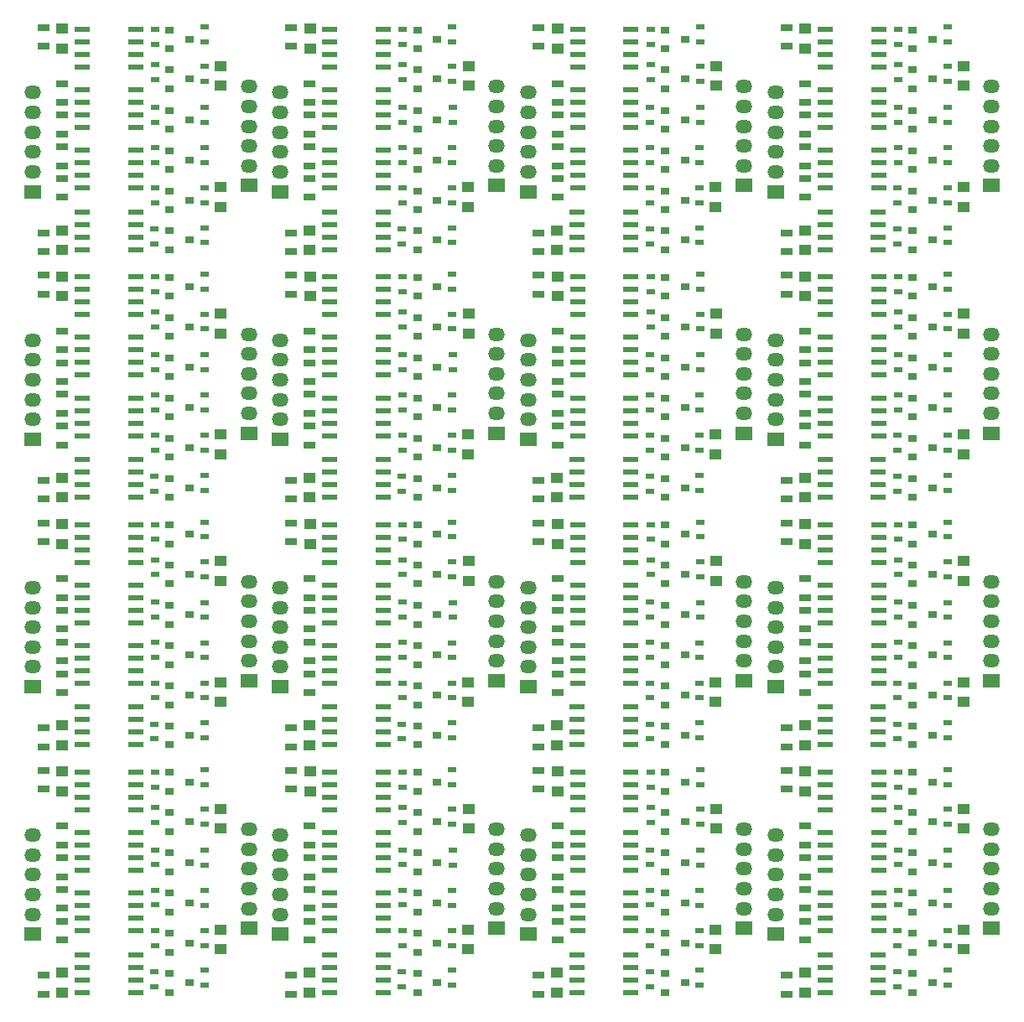
<source format=gtp>
G04 #@! TF.FileFunction,Paste,Top*
%FSLAX46Y46*%
G04 Gerber Fmt 4.6, Leading zero omitted, Abs format (unit mm)*
G04 Created by KiCad (PCBNEW 4.0.2-stable) date 11/29/2017 8:52:57 PM*
%MOMM*%
G01*
G04 APERTURE LIST*
%ADD10C,0.100000*%
%ADD11R,0.900000X0.500000*%
%ADD12R,0.900000X0.800000*%
%ADD13R,1.550000X0.600000*%
%ADD14R,1.250000X1.000000*%
%ADD15R,1.300000X0.700000*%
%ADD16R,1.700000X1.350000*%
%ADD17O,1.700000X1.350000*%
G04 APERTURE END LIST*
D10*
D11*
X153919000Y-142398800D03*
X153919000Y-143898800D03*
X153944400Y-138321400D03*
X153944400Y-139821400D03*
D12*
X155424200Y-138629400D03*
X155424200Y-140529400D03*
X157424200Y-139579400D03*
X155424200Y-134565400D03*
X155424200Y-136465400D03*
X157424200Y-135515400D03*
D13*
X151988600Y-136302800D03*
X151988600Y-135032800D03*
X151988600Y-133762800D03*
X151988600Y-132492800D03*
X146588600Y-132492800D03*
X146588600Y-133762800D03*
X146588600Y-135032800D03*
X146588600Y-136302800D03*
D11*
X153946400Y-126403800D03*
X153946400Y-127903800D03*
D13*
X151988600Y-130206800D03*
X151988600Y-128936800D03*
X151988600Y-127666800D03*
X151988600Y-126396800D03*
X146588600Y-126396800D03*
X146588600Y-127666800D03*
X146588600Y-128936800D03*
X146588600Y-130206800D03*
D11*
X153944400Y-134245400D03*
X153944400Y-135745400D03*
X153946400Y-129959800D03*
X153946400Y-131459800D03*
D14*
X160548400Y-142303800D03*
X160548400Y-144303800D03*
D11*
X158922800Y-142398800D03*
X158922800Y-143898800D03*
X158922800Y-138333400D03*
X158922800Y-139833400D03*
D15*
X167666800Y-146925000D03*
X167666800Y-148825000D03*
D16*
X166600000Y-142773200D03*
D17*
X166600000Y-140773200D03*
X166600000Y-138773200D03*
X166600000Y-136773200D03*
X166600000Y-134773200D03*
X166600000Y-132773200D03*
D16*
X163393200Y-142169200D03*
D17*
X163393200Y-140169200D03*
X163393200Y-138169200D03*
X163393200Y-136169200D03*
X163393200Y-134169200D03*
X163393200Y-132169200D03*
D11*
X158973600Y-134270800D03*
X158973600Y-135770800D03*
X158922800Y-146424000D03*
X158922800Y-147924000D03*
D14*
X160573800Y-130095800D03*
X160573800Y-132095800D03*
D12*
X155426200Y-126437400D03*
X155426200Y-128337400D03*
X157426200Y-127387400D03*
D11*
X158948200Y-126142800D03*
X158948200Y-127642800D03*
D15*
X167668800Y-126219000D03*
X167668800Y-128119000D03*
D11*
X158948200Y-130156000D03*
X158948200Y-131656000D03*
D12*
X155424200Y-130476000D03*
X155424200Y-132376000D03*
X157424200Y-131426000D03*
D14*
X169571800Y-128346000D03*
X169571800Y-126346000D03*
D13*
X151972800Y-148647200D03*
X151972800Y-147377200D03*
X151972800Y-146107200D03*
X151972800Y-144837200D03*
X146572800Y-144837200D03*
X146572800Y-146107200D03*
X146572800Y-147377200D03*
X146572800Y-148647200D03*
D11*
X153868200Y-146551000D03*
X153868200Y-148051000D03*
D12*
X155424200Y-146732000D03*
X155424200Y-148632000D03*
X157424200Y-147682000D03*
D13*
X151988600Y-142424200D03*
X151988600Y-141154200D03*
X151988600Y-139884200D03*
X151988600Y-138614200D03*
X146588600Y-138614200D03*
X146588600Y-139884200D03*
X146588600Y-141154200D03*
X146588600Y-142424200D03*
D12*
X155424200Y-142693400D03*
X155424200Y-144593400D03*
X157424200Y-143643400D03*
D14*
X185573800Y-130095800D03*
X185573800Y-132095800D03*
D11*
X183948200Y-126142800D03*
X183948200Y-127642800D03*
X183948200Y-130156000D03*
X183948200Y-131656000D03*
D12*
X180426200Y-126437400D03*
X180426200Y-128337400D03*
X182426200Y-127387400D03*
X180424200Y-130476000D03*
X180424200Y-132376000D03*
X182424200Y-131426000D03*
D13*
X176988600Y-142424200D03*
X176988600Y-141154200D03*
X176988600Y-139884200D03*
X176988600Y-138614200D03*
X171588600Y-138614200D03*
X171588600Y-139884200D03*
X171588600Y-141154200D03*
X171588600Y-142424200D03*
X176972800Y-148647200D03*
X176972800Y-147377200D03*
X176972800Y-146107200D03*
X176972800Y-144837200D03*
X171572800Y-144837200D03*
X171572800Y-146107200D03*
X171572800Y-147377200D03*
X171572800Y-148647200D03*
D15*
X169548400Y-140156800D03*
X169548400Y-138256800D03*
X169548400Y-141457200D03*
X169548400Y-143357200D03*
D14*
X169546400Y-148672600D03*
X169546400Y-146672600D03*
D11*
X178944400Y-138321400D03*
X178944400Y-139821400D03*
D16*
X188393200Y-142169200D03*
D17*
X188393200Y-140169200D03*
X188393200Y-138169200D03*
X188393200Y-136169200D03*
X188393200Y-134169200D03*
X188393200Y-132169200D03*
D11*
X183973600Y-134270800D03*
X183973600Y-135770800D03*
D12*
X180424200Y-134565400D03*
X180424200Y-136465400D03*
X182424200Y-135515400D03*
X180424200Y-138629400D03*
X180424200Y-140529400D03*
X182424200Y-139579400D03*
D11*
X178944400Y-134245400D03*
X178944400Y-135745400D03*
X183922800Y-138333400D03*
X183922800Y-139833400D03*
D15*
X169548400Y-136956400D03*
X169548400Y-135056400D03*
D13*
X176988600Y-130206800D03*
X176988600Y-128936800D03*
X176988600Y-127666800D03*
X176988600Y-126396800D03*
X171588600Y-126396800D03*
X171588600Y-127666800D03*
X171588600Y-128936800D03*
X171588600Y-130206800D03*
X176988600Y-136302800D03*
X176988600Y-135032800D03*
X176988600Y-133762800D03*
X176988600Y-132492800D03*
X171588600Y-132492800D03*
X171588600Y-133762800D03*
X171588600Y-135032800D03*
X171588600Y-136302800D03*
D11*
X178946400Y-126403800D03*
X178946400Y-127903800D03*
X178946400Y-129959800D03*
X178946400Y-131459800D03*
D15*
X169548400Y-133756000D03*
X169548400Y-131856000D03*
D11*
X183922800Y-146424000D03*
X183922800Y-147924000D03*
D14*
X185548400Y-142303800D03*
X185548400Y-144303800D03*
D11*
X178919000Y-142398800D03*
X178919000Y-143898800D03*
D12*
X180424200Y-146732000D03*
X180424200Y-148632000D03*
X182424200Y-147682000D03*
D11*
X183922800Y-142398800D03*
X183922800Y-143898800D03*
D12*
X180424200Y-142693400D03*
X180424200Y-144593400D03*
X182424200Y-143643400D03*
D11*
X178868200Y-146551000D03*
X178868200Y-148051000D03*
X128919000Y-142398800D03*
X128919000Y-143898800D03*
X133922800Y-146424000D03*
X133922800Y-147924000D03*
D12*
X130424200Y-142693400D03*
X130424200Y-144593400D03*
X132424200Y-143643400D03*
D14*
X135548400Y-142303800D03*
X135548400Y-144303800D03*
D12*
X130424200Y-146732000D03*
X130424200Y-148632000D03*
X132424200Y-147682000D03*
D11*
X133922800Y-142398800D03*
X133922800Y-143898800D03*
X128868200Y-146551000D03*
X128868200Y-148051000D03*
D14*
X144546400Y-148672600D03*
X144546400Y-146672600D03*
D15*
X144548400Y-136956400D03*
X144548400Y-135056400D03*
X144548400Y-140156800D03*
X144548400Y-138256800D03*
D16*
X138393200Y-142169200D03*
D17*
X138393200Y-140169200D03*
X138393200Y-138169200D03*
X138393200Y-136169200D03*
X138393200Y-134169200D03*
X138393200Y-132169200D03*
D15*
X144548400Y-133756000D03*
X144548400Y-131856000D03*
D16*
X141600000Y-142773200D03*
D17*
X141600000Y-140773200D03*
X141600000Y-138773200D03*
X141600000Y-136773200D03*
X141600000Y-134773200D03*
X141600000Y-132773200D03*
D15*
X142666800Y-146925000D03*
X142666800Y-148825000D03*
X144548400Y-141457200D03*
X144548400Y-143357200D03*
D13*
X126988600Y-136302800D03*
X126988600Y-135032800D03*
X126988600Y-133762800D03*
X126988600Y-132492800D03*
X121588600Y-132492800D03*
X121588600Y-133762800D03*
X121588600Y-135032800D03*
X121588600Y-136302800D03*
D15*
X119548400Y-140156800D03*
X119548400Y-138256800D03*
D13*
X126988600Y-142424200D03*
X126988600Y-141154200D03*
X126988600Y-139884200D03*
X126988600Y-138614200D03*
X121588600Y-138614200D03*
X121588600Y-139884200D03*
X121588600Y-141154200D03*
X121588600Y-142424200D03*
D15*
X119548400Y-136956400D03*
X119548400Y-135056400D03*
D16*
X116600000Y-142773200D03*
D17*
X116600000Y-140773200D03*
X116600000Y-138773200D03*
X116600000Y-136773200D03*
X116600000Y-134773200D03*
X116600000Y-132773200D03*
D15*
X119548400Y-133756000D03*
X119548400Y-131856000D03*
D11*
X133948200Y-130156000D03*
X133948200Y-131656000D03*
D12*
X130426200Y-126437400D03*
X130426200Y-128337400D03*
X132426200Y-127387400D03*
D11*
X133948200Y-126142800D03*
X133948200Y-127642800D03*
D15*
X142668800Y-126219000D03*
X142668800Y-128119000D03*
D14*
X135573800Y-130095800D03*
X135573800Y-132095800D03*
D12*
X130424200Y-130476000D03*
X130424200Y-132376000D03*
X132424200Y-131426000D03*
D14*
X144571800Y-128346000D03*
X144571800Y-126346000D03*
D11*
X128946400Y-126403800D03*
X128946400Y-127903800D03*
D13*
X126988600Y-130206800D03*
X126988600Y-128936800D03*
X126988600Y-127666800D03*
X126988600Y-126396800D03*
X121588600Y-126396800D03*
X121588600Y-127666800D03*
X121588600Y-128936800D03*
X121588600Y-130206800D03*
D14*
X119571800Y-128346000D03*
X119571800Y-126346000D03*
D15*
X117668800Y-126219000D03*
X117668800Y-128119000D03*
D11*
X128946400Y-129959800D03*
X128946400Y-131459800D03*
D15*
X117666800Y-146925000D03*
X117666800Y-148825000D03*
X119548400Y-141457200D03*
X119548400Y-143357200D03*
D14*
X119546400Y-148672600D03*
X119546400Y-146672600D03*
D13*
X126972800Y-148647200D03*
X126972800Y-147377200D03*
X126972800Y-146107200D03*
X126972800Y-144837200D03*
X121572800Y-144837200D03*
X121572800Y-146107200D03*
X121572800Y-147377200D03*
X121572800Y-148647200D03*
D11*
X128944400Y-134245400D03*
X128944400Y-135745400D03*
X133922800Y-138333400D03*
X133922800Y-139833400D03*
X133973600Y-134270800D03*
X133973600Y-135770800D03*
D12*
X130424200Y-134565400D03*
X130424200Y-136465400D03*
X132424200Y-135515400D03*
X130424200Y-138629400D03*
X130424200Y-140529400D03*
X132424200Y-139579400D03*
D11*
X128944400Y-138321400D03*
X128944400Y-139821400D03*
X103946400Y-129959800D03*
X103946400Y-131459800D03*
X103946400Y-126403800D03*
X103946400Y-127903800D03*
D15*
X94548400Y-133756000D03*
X94548400Y-131856000D03*
X92668800Y-126219000D03*
X92668800Y-128119000D03*
D14*
X94571800Y-128346000D03*
X94571800Y-126346000D03*
D13*
X101988600Y-136302800D03*
X101988600Y-135032800D03*
X101988600Y-133762800D03*
X101988600Y-132492800D03*
X96588600Y-132492800D03*
X96588600Y-133762800D03*
X96588600Y-135032800D03*
X96588600Y-136302800D03*
X101988600Y-130206800D03*
X101988600Y-128936800D03*
X101988600Y-127666800D03*
X101988600Y-126396800D03*
X96588600Y-126396800D03*
X96588600Y-127666800D03*
X96588600Y-128936800D03*
X96588600Y-130206800D03*
D11*
X103944400Y-134245400D03*
X103944400Y-135745400D03*
X108973600Y-134270800D03*
X108973600Y-135770800D03*
D12*
X105424200Y-138629400D03*
X105424200Y-140529400D03*
X107424200Y-139579400D03*
D14*
X110548400Y-142303800D03*
X110548400Y-144303800D03*
D11*
X103944400Y-138321400D03*
X103944400Y-139821400D03*
D12*
X105424200Y-134565400D03*
X105424200Y-136465400D03*
X107424200Y-135515400D03*
D16*
X113393200Y-142169200D03*
D17*
X113393200Y-140169200D03*
X113393200Y-138169200D03*
X113393200Y-136169200D03*
X113393200Y-134169200D03*
X113393200Y-132169200D03*
D11*
X108922800Y-138333400D03*
X108922800Y-139833400D03*
X108922800Y-146424000D03*
X108922800Y-147924000D03*
X103919000Y-142398800D03*
X103919000Y-143898800D03*
D12*
X105424200Y-142693400D03*
X105424200Y-144593400D03*
X107424200Y-143643400D03*
X105424200Y-146732000D03*
X105424200Y-148632000D03*
X107424200Y-147682000D03*
D11*
X108922800Y-142398800D03*
X108922800Y-143898800D03*
X103868200Y-146551000D03*
X103868200Y-148051000D03*
X108948200Y-130156000D03*
X108948200Y-131656000D03*
D12*
X105424200Y-130476000D03*
X105424200Y-132376000D03*
X107424200Y-131426000D03*
D14*
X110573800Y-130095800D03*
X110573800Y-132095800D03*
D12*
X105426200Y-126437400D03*
X105426200Y-128337400D03*
X107426200Y-127387400D03*
D11*
X108948200Y-126142800D03*
X108948200Y-127642800D03*
D16*
X91600000Y-142773200D03*
D17*
X91600000Y-140773200D03*
X91600000Y-138773200D03*
X91600000Y-136773200D03*
X91600000Y-134773200D03*
X91600000Y-132773200D03*
D13*
X101988600Y-142424200D03*
X101988600Y-141154200D03*
X101988600Y-139884200D03*
X101988600Y-138614200D03*
X96588600Y-138614200D03*
X96588600Y-139884200D03*
X96588600Y-141154200D03*
X96588600Y-142424200D03*
D14*
X94546400Y-148672600D03*
X94546400Y-146672600D03*
D15*
X94548400Y-136956400D03*
X94548400Y-135056400D03*
D13*
X101972800Y-148647200D03*
X101972800Y-147377200D03*
X101972800Y-146107200D03*
X101972800Y-144837200D03*
X96572800Y-144837200D03*
X96572800Y-146107200D03*
X96572800Y-147377200D03*
X96572800Y-148647200D03*
D15*
X92666800Y-146925000D03*
X92666800Y-148825000D03*
X94548400Y-141457200D03*
X94548400Y-143357200D03*
X94548400Y-140156800D03*
X94548400Y-138256800D03*
D11*
X153919000Y-117398800D03*
X153919000Y-118898800D03*
X153944400Y-113321400D03*
X153944400Y-114821400D03*
D12*
X155424200Y-113629400D03*
X155424200Y-115529400D03*
X157424200Y-114579400D03*
X155424200Y-109565400D03*
X155424200Y-111465400D03*
X157424200Y-110515400D03*
D13*
X151988600Y-111302800D03*
X151988600Y-110032800D03*
X151988600Y-108762800D03*
X151988600Y-107492800D03*
X146588600Y-107492800D03*
X146588600Y-108762800D03*
X146588600Y-110032800D03*
X146588600Y-111302800D03*
D11*
X153946400Y-101403800D03*
X153946400Y-102903800D03*
D13*
X151988600Y-105206800D03*
X151988600Y-103936800D03*
X151988600Y-102666800D03*
X151988600Y-101396800D03*
X146588600Y-101396800D03*
X146588600Y-102666800D03*
X146588600Y-103936800D03*
X146588600Y-105206800D03*
D11*
X153944400Y-109245400D03*
X153944400Y-110745400D03*
X153946400Y-104959800D03*
X153946400Y-106459800D03*
D14*
X160548400Y-117303800D03*
X160548400Y-119303800D03*
D11*
X158922800Y-117398800D03*
X158922800Y-118898800D03*
X158922800Y-113333400D03*
X158922800Y-114833400D03*
D15*
X167666800Y-121925000D03*
X167666800Y-123825000D03*
D16*
X166600000Y-117773200D03*
D17*
X166600000Y-115773200D03*
X166600000Y-113773200D03*
X166600000Y-111773200D03*
X166600000Y-109773200D03*
X166600000Y-107773200D03*
D16*
X163393200Y-117169200D03*
D17*
X163393200Y-115169200D03*
X163393200Y-113169200D03*
X163393200Y-111169200D03*
X163393200Y-109169200D03*
X163393200Y-107169200D03*
D11*
X158973600Y-109270800D03*
X158973600Y-110770800D03*
X158922800Y-121424000D03*
X158922800Y-122924000D03*
D14*
X160573800Y-105095800D03*
X160573800Y-107095800D03*
D12*
X155426200Y-101437400D03*
X155426200Y-103337400D03*
X157426200Y-102387400D03*
D11*
X158948200Y-101142800D03*
X158948200Y-102642800D03*
D15*
X167668800Y-101219000D03*
X167668800Y-103119000D03*
D11*
X158948200Y-105156000D03*
X158948200Y-106656000D03*
D12*
X155424200Y-105476000D03*
X155424200Y-107376000D03*
X157424200Y-106426000D03*
D14*
X169571800Y-103346000D03*
X169571800Y-101346000D03*
D13*
X151972800Y-123647200D03*
X151972800Y-122377200D03*
X151972800Y-121107200D03*
X151972800Y-119837200D03*
X146572800Y-119837200D03*
X146572800Y-121107200D03*
X146572800Y-122377200D03*
X146572800Y-123647200D03*
D11*
X153868200Y-121551000D03*
X153868200Y-123051000D03*
D12*
X155424200Y-121732000D03*
X155424200Y-123632000D03*
X157424200Y-122682000D03*
D13*
X151988600Y-117424200D03*
X151988600Y-116154200D03*
X151988600Y-114884200D03*
X151988600Y-113614200D03*
X146588600Y-113614200D03*
X146588600Y-114884200D03*
X146588600Y-116154200D03*
X146588600Y-117424200D03*
D12*
X155424200Y-117693400D03*
X155424200Y-119593400D03*
X157424200Y-118643400D03*
D14*
X185573800Y-105095800D03*
X185573800Y-107095800D03*
D11*
X183948200Y-101142800D03*
X183948200Y-102642800D03*
X183948200Y-105156000D03*
X183948200Y-106656000D03*
D12*
X180426200Y-101437400D03*
X180426200Y-103337400D03*
X182426200Y-102387400D03*
X180424200Y-105476000D03*
X180424200Y-107376000D03*
X182424200Y-106426000D03*
D13*
X176988600Y-117424200D03*
X176988600Y-116154200D03*
X176988600Y-114884200D03*
X176988600Y-113614200D03*
X171588600Y-113614200D03*
X171588600Y-114884200D03*
X171588600Y-116154200D03*
X171588600Y-117424200D03*
X176972800Y-123647200D03*
X176972800Y-122377200D03*
X176972800Y-121107200D03*
X176972800Y-119837200D03*
X171572800Y-119837200D03*
X171572800Y-121107200D03*
X171572800Y-122377200D03*
X171572800Y-123647200D03*
D15*
X169548400Y-115156800D03*
X169548400Y-113256800D03*
X169548400Y-116457200D03*
X169548400Y-118357200D03*
D14*
X169546400Y-123672600D03*
X169546400Y-121672600D03*
D11*
X178944400Y-113321400D03*
X178944400Y-114821400D03*
D16*
X188393200Y-117169200D03*
D17*
X188393200Y-115169200D03*
X188393200Y-113169200D03*
X188393200Y-111169200D03*
X188393200Y-109169200D03*
X188393200Y-107169200D03*
D11*
X183973600Y-109270800D03*
X183973600Y-110770800D03*
D12*
X180424200Y-109565400D03*
X180424200Y-111465400D03*
X182424200Y-110515400D03*
X180424200Y-113629400D03*
X180424200Y-115529400D03*
X182424200Y-114579400D03*
D11*
X178944400Y-109245400D03*
X178944400Y-110745400D03*
X183922800Y-113333400D03*
X183922800Y-114833400D03*
D15*
X169548400Y-111956400D03*
X169548400Y-110056400D03*
D13*
X176988600Y-105206800D03*
X176988600Y-103936800D03*
X176988600Y-102666800D03*
X176988600Y-101396800D03*
X171588600Y-101396800D03*
X171588600Y-102666800D03*
X171588600Y-103936800D03*
X171588600Y-105206800D03*
X176988600Y-111302800D03*
X176988600Y-110032800D03*
X176988600Y-108762800D03*
X176988600Y-107492800D03*
X171588600Y-107492800D03*
X171588600Y-108762800D03*
X171588600Y-110032800D03*
X171588600Y-111302800D03*
D11*
X178946400Y-101403800D03*
X178946400Y-102903800D03*
X178946400Y-104959800D03*
X178946400Y-106459800D03*
D15*
X169548400Y-108756000D03*
X169548400Y-106856000D03*
D11*
X183922800Y-121424000D03*
X183922800Y-122924000D03*
D14*
X185548400Y-117303800D03*
X185548400Y-119303800D03*
D11*
X178919000Y-117398800D03*
X178919000Y-118898800D03*
D12*
X180424200Y-121732000D03*
X180424200Y-123632000D03*
X182424200Y-122682000D03*
D11*
X183922800Y-117398800D03*
X183922800Y-118898800D03*
D12*
X180424200Y-117693400D03*
X180424200Y-119593400D03*
X182424200Y-118643400D03*
D11*
X178868200Y-121551000D03*
X178868200Y-123051000D03*
X128919000Y-117398800D03*
X128919000Y-118898800D03*
X133922800Y-121424000D03*
X133922800Y-122924000D03*
D12*
X130424200Y-117693400D03*
X130424200Y-119593400D03*
X132424200Y-118643400D03*
D14*
X135548400Y-117303800D03*
X135548400Y-119303800D03*
D12*
X130424200Y-121732000D03*
X130424200Y-123632000D03*
X132424200Y-122682000D03*
D11*
X133922800Y-117398800D03*
X133922800Y-118898800D03*
X128868200Y-121551000D03*
X128868200Y-123051000D03*
D14*
X144546400Y-123672600D03*
X144546400Y-121672600D03*
D15*
X144548400Y-111956400D03*
X144548400Y-110056400D03*
X144548400Y-115156800D03*
X144548400Y-113256800D03*
D16*
X138393200Y-117169200D03*
D17*
X138393200Y-115169200D03*
X138393200Y-113169200D03*
X138393200Y-111169200D03*
X138393200Y-109169200D03*
X138393200Y-107169200D03*
D15*
X144548400Y-108756000D03*
X144548400Y-106856000D03*
D16*
X141600000Y-117773200D03*
D17*
X141600000Y-115773200D03*
X141600000Y-113773200D03*
X141600000Y-111773200D03*
X141600000Y-109773200D03*
X141600000Y-107773200D03*
D15*
X142666800Y-121925000D03*
X142666800Y-123825000D03*
X144548400Y-116457200D03*
X144548400Y-118357200D03*
D13*
X126988600Y-111302800D03*
X126988600Y-110032800D03*
X126988600Y-108762800D03*
X126988600Y-107492800D03*
X121588600Y-107492800D03*
X121588600Y-108762800D03*
X121588600Y-110032800D03*
X121588600Y-111302800D03*
D15*
X119548400Y-115156800D03*
X119548400Y-113256800D03*
D13*
X126988600Y-117424200D03*
X126988600Y-116154200D03*
X126988600Y-114884200D03*
X126988600Y-113614200D03*
X121588600Y-113614200D03*
X121588600Y-114884200D03*
X121588600Y-116154200D03*
X121588600Y-117424200D03*
D15*
X119548400Y-111956400D03*
X119548400Y-110056400D03*
D16*
X116600000Y-117773200D03*
D17*
X116600000Y-115773200D03*
X116600000Y-113773200D03*
X116600000Y-111773200D03*
X116600000Y-109773200D03*
X116600000Y-107773200D03*
D15*
X119548400Y-108756000D03*
X119548400Y-106856000D03*
D11*
X133948200Y-105156000D03*
X133948200Y-106656000D03*
D12*
X130426200Y-101437400D03*
X130426200Y-103337400D03*
X132426200Y-102387400D03*
D11*
X133948200Y-101142800D03*
X133948200Y-102642800D03*
D15*
X142668800Y-101219000D03*
X142668800Y-103119000D03*
D14*
X135573800Y-105095800D03*
X135573800Y-107095800D03*
D12*
X130424200Y-105476000D03*
X130424200Y-107376000D03*
X132424200Y-106426000D03*
D14*
X144571800Y-103346000D03*
X144571800Y-101346000D03*
D11*
X128946400Y-101403800D03*
X128946400Y-102903800D03*
D13*
X126988600Y-105206800D03*
X126988600Y-103936800D03*
X126988600Y-102666800D03*
X126988600Y-101396800D03*
X121588600Y-101396800D03*
X121588600Y-102666800D03*
X121588600Y-103936800D03*
X121588600Y-105206800D03*
D14*
X119571800Y-103346000D03*
X119571800Y-101346000D03*
D15*
X117668800Y-101219000D03*
X117668800Y-103119000D03*
D11*
X128946400Y-104959800D03*
X128946400Y-106459800D03*
D15*
X117666800Y-121925000D03*
X117666800Y-123825000D03*
X119548400Y-116457200D03*
X119548400Y-118357200D03*
D14*
X119546400Y-123672600D03*
X119546400Y-121672600D03*
D13*
X126972800Y-123647200D03*
X126972800Y-122377200D03*
X126972800Y-121107200D03*
X126972800Y-119837200D03*
X121572800Y-119837200D03*
X121572800Y-121107200D03*
X121572800Y-122377200D03*
X121572800Y-123647200D03*
D11*
X128944400Y-109245400D03*
X128944400Y-110745400D03*
X133922800Y-113333400D03*
X133922800Y-114833400D03*
X133973600Y-109270800D03*
X133973600Y-110770800D03*
D12*
X130424200Y-109565400D03*
X130424200Y-111465400D03*
X132424200Y-110515400D03*
X130424200Y-113629400D03*
X130424200Y-115529400D03*
X132424200Y-114579400D03*
D11*
X128944400Y-113321400D03*
X128944400Y-114821400D03*
X103946400Y-104959800D03*
X103946400Y-106459800D03*
X103946400Y-101403800D03*
X103946400Y-102903800D03*
D15*
X94548400Y-108756000D03*
X94548400Y-106856000D03*
X92668800Y-101219000D03*
X92668800Y-103119000D03*
D14*
X94571800Y-103346000D03*
X94571800Y-101346000D03*
D13*
X101988600Y-111302800D03*
X101988600Y-110032800D03*
X101988600Y-108762800D03*
X101988600Y-107492800D03*
X96588600Y-107492800D03*
X96588600Y-108762800D03*
X96588600Y-110032800D03*
X96588600Y-111302800D03*
X101988600Y-105206800D03*
X101988600Y-103936800D03*
X101988600Y-102666800D03*
X101988600Y-101396800D03*
X96588600Y-101396800D03*
X96588600Y-102666800D03*
X96588600Y-103936800D03*
X96588600Y-105206800D03*
D11*
X103944400Y-109245400D03*
X103944400Y-110745400D03*
X108973600Y-109270800D03*
X108973600Y-110770800D03*
D12*
X105424200Y-113629400D03*
X105424200Y-115529400D03*
X107424200Y-114579400D03*
D14*
X110548400Y-117303800D03*
X110548400Y-119303800D03*
D11*
X103944400Y-113321400D03*
X103944400Y-114821400D03*
D12*
X105424200Y-109565400D03*
X105424200Y-111465400D03*
X107424200Y-110515400D03*
D16*
X113393200Y-117169200D03*
D17*
X113393200Y-115169200D03*
X113393200Y-113169200D03*
X113393200Y-111169200D03*
X113393200Y-109169200D03*
X113393200Y-107169200D03*
D11*
X108922800Y-113333400D03*
X108922800Y-114833400D03*
X108922800Y-121424000D03*
X108922800Y-122924000D03*
X103919000Y-117398800D03*
X103919000Y-118898800D03*
D12*
X105424200Y-117693400D03*
X105424200Y-119593400D03*
X107424200Y-118643400D03*
X105424200Y-121732000D03*
X105424200Y-123632000D03*
X107424200Y-122682000D03*
D11*
X108922800Y-117398800D03*
X108922800Y-118898800D03*
X103868200Y-121551000D03*
X103868200Y-123051000D03*
X108948200Y-105156000D03*
X108948200Y-106656000D03*
D12*
X105424200Y-105476000D03*
X105424200Y-107376000D03*
X107424200Y-106426000D03*
D14*
X110573800Y-105095800D03*
X110573800Y-107095800D03*
D12*
X105426200Y-101437400D03*
X105426200Y-103337400D03*
X107426200Y-102387400D03*
D11*
X108948200Y-101142800D03*
X108948200Y-102642800D03*
D16*
X91600000Y-117773200D03*
D17*
X91600000Y-115773200D03*
X91600000Y-113773200D03*
X91600000Y-111773200D03*
X91600000Y-109773200D03*
X91600000Y-107773200D03*
D13*
X101988600Y-117424200D03*
X101988600Y-116154200D03*
X101988600Y-114884200D03*
X101988600Y-113614200D03*
X96588600Y-113614200D03*
X96588600Y-114884200D03*
X96588600Y-116154200D03*
X96588600Y-117424200D03*
D14*
X94546400Y-123672600D03*
X94546400Y-121672600D03*
D15*
X94548400Y-111956400D03*
X94548400Y-110056400D03*
D13*
X101972800Y-123647200D03*
X101972800Y-122377200D03*
X101972800Y-121107200D03*
X101972800Y-119837200D03*
X96572800Y-119837200D03*
X96572800Y-121107200D03*
X96572800Y-122377200D03*
X96572800Y-123647200D03*
D15*
X92666800Y-121925000D03*
X92666800Y-123825000D03*
X94548400Y-116457200D03*
X94548400Y-118357200D03*
X94548400Y-115156800D03*
X94548400Y-113256800D03*
D11*
X153919000Y-92398800D03*
X153919000Y-93898800D03*
X153944400Y-88321400D03*
X153944400Y-89821400D03*
D12*
X155424200Y-88629400D03*
X155424200Y-90529400D03*
X157424200Y-89579400D03*
X155424200Y-84565400D03*
X155424200Y-86465400D03*
X157424200Y-85515400D03*
D13*
X151988600Y-86302800D03*
X151988600Y-85032800D03*
X151988600Y-83762800D03*
X151988600Y-82492800D03*
X146588600Y-82492800D03*
X146588600Y-83762800D03*
X146588600Y-85032800D03*
X146588600Y-86302800D03*
D11*
X153946400Y-76403800D03*
X153946400Y-77903800D03*
D13*
X151988600Y-80206800D03*
X151988600Y-78936800D03*
X151988600Y-77666800D03*
X151988600Y-76396800D03*
X146588600Y-76396800D03*
X146588600Y-77666800D03*
X146588600Y-78936800D03*
X146588600Y-80206800D03*
D11*
X153944400Y-84245400D03*
X153944400Y-85745400D03*
X153946400Y-79959800D03*
X153946400Y-81459800D03*
D14*
X160548400Y-92303800D03*
X160548400Y-94303800D03*
D11*
X158922800Y-92398800D03*
X158922800Y-93898800D03*
X158922800Y-88333400D03*
X158922800Y-89833400D03*
D15*
X167666800Y-96925000D03*
X167666800Y-98825000D03*
D16*
X166600000Y-92773200D03*
D17*
X166600000Y-90773200D03*
X166600000Y-88773200D03*
X166600000Y-86773200D03*
X166600000Y-84773200D03*
X166600000Y-82773200D03*
D16*
X163393200Y-92169200D03*
D17*
X163393200Y-90169200D03*
X163393200Y-88169200D03*
X163393200Y-86169200D03*
X163393200Y-84169200D03*
X163393200Y-82169200D03*
D11*
X158973600Y-84270800D03*
X158973600Y-85770800D03*
X158922800Y-96424000D03*
X158922800Y-97924000D03*
D14*
X160573800Y-80095800D03*
X160573800Y-82095800D03*
D12*
X155426200Y-76437400D03*
X155426200Y-78337400D03*
X157426200Y-77387400D03*
D11*
X158948200Y-76142800D03*
X158948200Y-77642800D03*
D15*
X167668800Y-76219000D03*
X167668800Y-78119000D03*
D11*
X158948200Y-80156000D03*
X158948200Y-81656000D03*
D12*
X155424200Y-80476000D03*
X155424200Y-82376000D03*
X157424200Y-81426000D03*
D14*
X169571800Y-78346000D03*
X169571800Y-76346000D03*
D13*
X151972800Y-98647200D03*
X151972800Y-97377200D03*
X151972800Y-96107200D03*
X151972800Y-94837200D03*
X146572800Y-94837200D03*
X146572800Y-96107200D03*
X146572800Y-97377200D03*
X146572800Y-98647200D03*
D11*
X153868200Y-96551000D03*
X153868200Y-98051000D03*
D12*
X155424200Y-96732000D03*
X155424200Y-98632000D03*
X157424200Y-97682000D03*
D13*
X151988600Y-92424200D03*
X151988600Y-91154200D03*
X151988600Y-89884200D03*
X151988600Y-88614200D03*
X146588600Y-88614200D03*
X146588600Y-89884200D03*
X146588600Y-91154200D03*
X146588600Y-92424200D03*
D12*
X155424200Y-92693400D03*
X155424200Y-94593400D03*
X157424200Y-93643400D03*
D14*
X185573800Y-80095800D03*
X185573800Y-82095800D03*
D11*
X183948200Y-76142800D03*
X183948200Y-77642800D03*
X183948200Y-80156000D03*
X183948200Y-81656000D03*
D12*
X180426200Y-76437400D03*
X180426200Y-78337400D03*
X182426200Y-77387400D03*
X180424200Y-80476000D03*
X180424200Y-82376000D03*
X182424200Y-81426000D03*
D13*
X176988600Y-92424200D03*
X176988600Y-91154200D03*
X176988600Y-89884200D03*
X176988600Y-88614200D03*
X171588600Y-88614200D03*
X171588600Y-89884200D03*
X171588600Y-91154200D03*
X171588600Y-92424200D03*
X176972800Y-98647200D03*
X176972800Y-97377200D03*
X176972800Y-96107200D03*
X176972800Y-94837200D03*
X171572800Y-94837200D03*
X171572800Y-96107200D03*
X171572800Y-97377200D03*
X171572800Y-98647200D03*
D15*
X169548400Y-90156800D03*
X169548400Y-88256800D03*
X169548400Y-91457200D03*
X169548400Y-93357200D03*
D14*
X169546400Y-98672600D03*
X169546400Y-96672600D03*
D11*
X178944400Y-88321400D03*
X178944400Y-89821400D03*
D16*
X188393200Y-92169200D03*
D17*
X188393200Y-90169200D03*
X188393200Y-88169200D03*
X188393200Y-86169200D03*
X188393200Y-84169200D03*
X188393200Y-82169200D03*
D11*
X183973600Y-84270800D03*
X183973600Y-85770800D03*
D12*
X180424200Y-84565400D03*
X180424200Y-86465400D03*
X182424200Y-85515400D03*
X180424200Y-88629400D03*
X180424200Y-90529400D03*
X182424200Y-89579400D03*
D11*
X178944400Y-84245400D03*
X178944400Y-85745400D03*
X183922800Y-88333400D03*
X183922800Y-89833400D03*
D15*
X169548400Y-86956400D03*
X169548400Y-85056400D03*
D13*
X176988600Y-80206800D03*
X176988600Y-78936800D03*
X176988600Y-77666800D03*
X176988600Y-76396800D03*
X171588600Y-76396800D03*
X171588600Y-77666800D03*
X171588600Y-78936800D03*
X171588600Y-80206800D03*
X176988600Y-86302800D03*
X176988600Y-85032800D03*
X176988600Y-83762800D03*
X176988600Y-82492800D03*
X171588600Y-82492800D03*
X171588600Y-83762800D03*
X171588600Y-85032800D03*
X171588600Y-86302800D03*
D11*
X178946400Y-76403800D03*
X178946400Y-77903800D03*
X178946400Y-79959800D03*
X178946400Y-81459800D03*
D15*
X169548400Y-83756000D03*
X169548400Y-81856000D03*
D11*
X183922800Y-96424000D03*
X183922800Y-97924000D03*
D14*
X185548400Y-92303800D03*
X185548400Y-94303800D03*
D11*
X178919000Y-92398800D03*
X178919000Y-93898800D03*
D12*
X180424200Y-96732000D03*
X180424200Y-98632000D03*
X182424200Y-97682000D03*
D11*
X183922800Y-92398800D03*
X183922800Y-93898800D03*
D12*
X180424200Y-92693400D03*
X180424200Y-94593400D03*
X182424200Y-93643400D03*
D11*
X178868200Y-96551000D03*
X178868200Y-98051000D03*
X128919000Y-92398800D03*
X128919000Y-93898800D03*
X133922800Y-96424000D03*
X133922800Y-97924000D03*
D12*
X130424200Y-92693400D03*
X130424200Y-94593400D03*
X132424200Y-93643400D03*
D14*
X135548400Y-92303800D03*
X135548400Y-94303800D03*
D12*
X130424200Y-96732000D03*
X130424200Y-98632000D03*
X132424200Y-97682000D03*
D11*
X133922800Y-92398800D03*
X133922800Y-93898800D03*
X128868200Y-96551000D03*
X128868200Y-98051000D03*
D14*
X144546400Y-98672600D03*
X144546400Y-96672600D03*
D15*
X144548400Y-86956400D03*
X144548400Y-85056400D03*
X144548400Y-90156800D03*
X144548400Y-88256800D03*
D16*
X138393200Y-92169200D03*
D17*
X138393200Y-90169200D03*
X138393200Y-88169200D03*
X138393200Y-86169200D03*
X138393200Y-84169200D03*
X138393200Y-82169200D03*
D15*
X144548400Y-83756000D03*
X144548400Y-81856000D03*
D16*
X141600000Y-92773200D03*
D17*
X141600000Y-90773200D03*
X141600000Y-88773200D03*
X141600000Y-86773200D03*
X141600000Y-84773200D03*
X141600000Y-82773200D03*
D15*
X142666800Y-96925000D03*
X142666800Y-98825000D03*
X144548400Y-91457200D03*
X144548400Y-93357200D03*
D13*
X126988600Y-86302800D03*
X126988600Y-85032800D03*
X126988600Y-83762800D03*
X126988600Y-82492800D03*
X121588600Y-82492800D03*
X121588600Y-83762800D03*
X121588600Y-85032800D03*
X121588600Y-86302800D03*
D15*
X119548400Y-90156800D03*
X119548400Y-88256800D03*
D13*
X126988600Y-92424200D03*
X126988600Y-91154200D03*
X126988600Y-89884200D03*
X126988600Y-88614200D03*
X121588600Y-88614200D03*
X121588600Y-89884200D03*
X121588600Y-91154200D03*
X121588600Y-92424200D03*
D15*
X119548400Y-86956400D03*
X119548400Y-85056400D03*
D16*
X116600000Y-92773200D03*
D17*
X116600000Y-90773200D03*
X116600000Y-88773200D03*
X116600000Y-86773200D03*
X116600000Y-84773200D03*
X116600000Y-82773200D03*
D15*
X119548400Y-83756000D03*
X119548400Y-81856000D03*
D11*
X133948200Y-80156000D03*
X133948200Y-81656000D03*
D12*
X130426200Y-76437400D03*
X130426200Y-78337400D03*
X132426200Y-77387400D03*
D11*
X133948200Y-76142800D03*
X133948200Y-77642800D03*
D15*
X142668800Y-76219000D03*
X142668800Y-78119000D03*
D14*
X135573800Y-80095800D03*
X135573800Y-82095800D03*
D12*
X130424200Y-80476000D03*
X130424200Y-82376000D03*
X132424200Y-81426000D03*
D14*
X144571800Y-78346000D03*
X144571800Y-76346000D03*
D11*
X128946400Y-76403800D03*
X128946400Y-77903800D03*
D13*
X126988600Y-80206800D03*
X126988600Y-78936800D03*
X126988600Y-77666800D03*
X126988600Y-76396800D03*
X121588600Y-76396800D03*
X121588600Y-77666800D03*
X121588600Y-78936800D03*
X121588600Y-80206800D03*
D14*
X119571800Y-78346000D03*
X119571800Y-76346000D03*
D15*
X117668800Y-76219000D03*
X117668800Y-78119000D03*
D11*
X128946400Y-79959800D03*
X128946400Y-81459800D03*
D15*
X117666800Y-96925000D03*
X117666800Y-98825000D03*
X119548400Y-91457200D03*
X119548400Y-93357200D03*
D14*
X119546400Y-98672600D03*
X119546400Y-96672600D03*
D13*
X126972800Y-98647200D03*
X126972800Y-97377200D03*
X126972800Y-96107200D03*
X126972800Y-94837200D03*
X121572800Y-94837200D03*
X121572800Y-96107200D03*
X121572800Y-97377200D03*
X121572800Y-98647200D03*
D11*
X128944400Y-84245400D03*
X128944400Y-85745400D03*
X133922800Y-88333400D03*
X133922800Y-89833400D03*
X133973600Y-84270800D03*
X133973600Y-85770800D03*
D12*
X130424200Y-84565400D03*
X130424200Y-86465400D03*
X132424200Y-85515400D03*
X130424200Y-88629400D03*
X130424200Y-90529400D03*
X132424200Y-89579400D03*
D11*
X128944400Y-88321400D03*
X128944400Y-89821400D03*
X103946400Y-79959800D03*
X103946400Y-81459800D03*
X103946400Y-76403800D03*
X103946400Y-77903800D03*
D15*
X94548400Y-83756000D03*
X94548400Y-81856000D03*
X92668800Y-76219000D03*
X92668800Y-78119000D03*
D14*
X94571800Y-78346000D03*
X94571800Y-76346000D03*
D13*
X101988600Y-86302800D03*
X101988600Y-85032800D03*
X101988600Y-83762800D03*
X101988600Y-82492800D03*
X96588600Y-82492800D03*
X96588600Y-83762800D03*
X96588600Y-85032800D03*
X96588600Y-86302800D03*
X101988600Y-80206800D03*
X101988600Y-78936800D03*
X101988600Y-77666800D03*
X101988600Y-76396800D03*
X96588600Y-76396800D03*
X96588600Y-77666800D03*
X96588600Y-78936800D03*
X96588600Y-80206800D03*
D11*
X103944400Y-84245400D03*
X103944400Y-85745400D03*
X108973600Y-84270800D03*
X108973600Y-85770800D03*
D12*
X105424200Y-88629400D03*
X105424200Y-90529400D03*
X107424200Y-89579400D03*
D14*
X110548400Y-92303800D03*
X110548400Y-94303800D03*
D11*
X103944400Y-88321400D03*
X103944400Y-89821400D03*
D12*
X105424200Y-84565400D03*
X105424200Y-86465400D03*
X107424200Y-85515400D03*
D16*
X113393200Y-92169200D03*
D17*
X113393200Y-90169200D03*
X113393200Y-88169200D03*
X113393200Y-86169200D03*
X113393200Y-84169200D03*
X113393200Y-82169200D03*
D11*
X108922800Y-88333400D03*
X108922800Y-89833400D03*
X108922800Y-96424000D03*
X108922800Y-97924000D03*
X103919000Y-92398800D03*
X103919000Y-93898800D03*
D12*
X105424200Y-92693400D03*
X105424200Y-94593400D03*
X107424200Y-93643400D03*
X105424200Y-96732000D03*
X105424200Y-98632000D03*
X107424200Y-97682000D03*
D11*
X108922800Y-92398800D03*
X108922800Y-93898800D03*
X103868200Y-96551000D03*
X103868200Y-98051000D03*
X108948200Y-80156000D03*
X108948200Y-81656000D03*
D12*
X105424200Y-80476000D03*
X105424200Y-82376000D03*
X107424200Y-81426000D03*
D14*
X110573800Y-80095800D03*
X110573800Y-82095800D03*
D12*
X105426200Y-76437400D03*
X105426200Y-78337400D03*
X107426200Y-77387400D03*
D11*
X108948200Y-76142800D03*
X108948200Y-77642800D03*
D16*
X91600000Y-92773200D03*
D17*
X91600000Y-90773200D03*
X91600000Y-88773200D03*
X91600000Y-86773200D03*
X91600000Y-84773200D03*
X91600000Y-82773200D03*
D13*
X101988600Y-92424200D03*
X101988600Y-91154200D03*
X101988600Y-89884200D03*
X101988600Y-88614200D03*
X96588600Y-88614200D03*
X96588600Y-89884200D03*
X96588600Y-91154200D03*
X96588600Y-92424200D03*
D14*
X94546400Y-98672600D03*
X94546400Y-96672600D03*
D15*
X94548400Y-86956400D03*
X94548400Y-85056400D03*
D13*
X101972800Y-98647200D03*
X101972800Y-97377200D03*
X101972800Y-96107200D03*
X101972800Y-94837200D03*
X96572800Y-94837200D03*
X96572800Y-96107200D03*
X96572800Y-97377200D03*
X96572800Y-98647200D03*
D15*
X92666800Y-96925000D03*
X92666800Y-98825000D03*
X94548400Y-91457200D03*
X94548400Y-93357200D03*
X94548400Y-90156800D03*
X94548400Y-88256800D03*
D11*
X178944400Y-63321400D03*
X178944400Y-64821400D03*
D13*
X176988600Y-67424200D03*
X176988600Y-66154200D03*
X176988600Y-64884200D03*
X176988600Y-63614200D03*
X171588600Y-63614200D03*
X171588600Y-64884200D03*
X171588600Y-66154200D03*
X171588600Y-67424200D03*
D11*
X178919000Y-67398800D03*
X178919000Y-68898800D03*
X178868200Y-71551000D03*
X178868200Y-73051000D03*
D13*
X176972800Y-73647200D03*
X176972800Y-72377200D03*
X176972800Y-71107200D03*
X176972800Y-69837200D03*
X171572800Y-69837200D03*
X171572800Y-71107200D03*
X171572800Y-72377200D03*
X171572800Y-73647200D03*
D12*
X180424200Y-59565400D03*
X180424200Y-61465400D03*
X182424200Y-60515400D03*
D11*
X183973600Y-59270800D03*
X183973600Y-60770800D03*
X183922800Y-63333400D03*
X183922800Y-64833400D03*
D16*
X188393200Y-67169200D03*
D17*
X188393200Y-65169200D03*
X188393200Y-63169200D03*
X188393200Y-61169200D03*
X188393200Y-59169200D03*
X188393200Y-57169200D03*
D12*
X180424200Y-63629400D03*
X180424200Y-65529400D03*
X182424200Y-64579400D03*
X180424200Y-67693400D03*
X180424200Y-69593400D03*
X182424200Y-68643400D03*
D11*
X183922800Y-71424000D03*
X183922800Y-72924000D03*
D14*
X185548400Y-67303800D03*
X185548400Y-69303800D03*
D12*
X180424200Y-71732000D03*
X180424200Y-73632000D03*
X182424200Y-72682000D03*
D11*
X183922800Y-67398800D03*
X183922800Y-68898800D03*
D15*
X169548400Y-58756000D03*
X169548400Y-56856000D03*
X169548400Y-65156800D03*
X169548400Y-63256800D03*
D14*
X169546400Y-73672600D03*
X169546400Y-71672600D03*
D15*
X169548400Y-61956400D03*
X169548400Y-60056400D03*
X167666800Y-71925000D03*
X167666800Y-73825000D03*
D16*
X166600000Y-67773200D03*
D17*
X166600000Y-65773200D03*
X166600000Y-63773200D03*
X166600000Y-61773200D03*
X166600000Y-59773200D03*
X166600000Y-57773200D03*
D16*
X163393200Y-67169200D03*
D17*
X163393200Y-65169200D03*
X163393200Y-63169200D03*
X163393200Y-61169200D03*
X163393200Y-59169200D03*
X163393200Y-57169200D03*
D15*
X169548400Y-66457200D03*
X169548400Y-68357200D03*
D11*
X183948200Y-55156000D03*
X183948200Y-56656000D03*
X183948200Y-51142800D03*
X183948200Y-52642800D03*
D14*
X185573800Y-55095800D03*
X185573800Y-57095800D03*
D12*
X180424200Y-55476000D03*
X180424200Y-57376000D03*
X182424200Y-56426000D03*
X180426200Y-51437400D03*
X180426200Y-53337400D03*
X182426200Y-52387400D03*
D11*
X178944400Y-59245400D03*
X178944400Y-60745400D03*
D14*
X169571800Y-53346000D03*
X169571800Y-51346000D03*
D11*
X178946400Y-54959800D03*
X178946400Y-56459800D03*
X178946400Y-51403800D03*
X178946400Y-52903800D03*
D13*
X176988600Y-61302800D03*
X176988600Y-60032800D03*
X176988600Y-58762800D03*
X176988600Y-57492800D03*
X171588600Y-57492800D03*
X171588600Y-58762800D03*
X171588600Y-60032800D03*
X171588600Y-61302800D03*
X176988600Y-55206800D03*
X176988600Y-53936800D03*
X176988600Y-52666800D03*
X176988600Y-51396800D03*
X171588600Y-51396800D03*
X171588600Y-52666800D03*
X171588600Y-53936800D03*
X171588600Y-55206800D03*
D15*
X167668800Y-51219000D03*
X167668800Y-53119000D03*
D11*
X158922800Y-63333400D03*
X158922800Y-64833400D03*
X153944400Y-59245400D03*
X153944400Y-60745400D03*
X153944400Y-63321400D03*
X153944400Y-64821400D03*
X158973600Y-59270800D03*
X158973600Y-60770800D03*
D12*
X155424200Y-59565400D03*
X155424200Y-61465400D03*
X157424200Y-60515400D03*
D15*
X144548400Y-58756000D03*
X144548400Y-56856000D03*
X144548400Y-61956400D03*
X144548400Y-60056400D03*
X144548400Y-65156800D03*
X144548400Y-63256800D03*
D13*
X151988600Y-61302800D03*
X151988600Y-60032800D03*
X151988600Y-58762800D03*
X151988600Y-57492800D03*
X146588600Y-57492800D03*
X146588600Y-58762800D03*
X146588600Y-60032800D03*
X146588600Y-61302800D03*
D11*
X153946400Y-54959800D03*
X153946400Y-56459800D03*
X153946400Y-51403800D03*
X153946400Y-52903800D03*
D12*
X155426200Y-51437400D03*
X155426200Y-53337400D03*
X157426200Y-52387400D03*
D11*
X158948200Y-51142800D03*
X158948200Y-52642800D03*
D12*
X155424200Y-55476000D03*
X155424200Y-57376000D03*
X157424200Y-56426000D03*
D14*
X160573800Y-55095800D03*
X160573800Y-57095800D03*
D11*
X158948200Y-55156000D03*
X158948200Y-56656000D03*
D14*
X144571800Y-53346000D03*
X144571800Y-51346000D03*
D13*
X151988600Y-55206800D03*
X151988600Y-53936800D03*
X151988600Y-52666800D03*
X151988600Y-51396800D03*
X146588600Y-51396800D03*
X146588600Y-52666800D03*
X146588600Y-53936800D03*
X146588600Y-55206800D03*
D15*
X144548400Y-66457200D03*
X144548400Y-68357200D03*
D16*
X141600000Y-67773200D03*
D17*
X141600000Y-65773200D03*
X141600000Y-63773200D03*
X141600000Y-61773200D03*
X141600000Y-59773200D03*
X141600000Y-57773200D03*
D15*
X142666800Y-71925000D03*
X142666800Y-73825000D03*
X142668800Y-51219000D03*
X142668800Y-53119000D03*
D13*
X151988600Y-67424200D03*
X151988600Y-66154200D03*
X151988600Y-64884200D03*
X151988600Y-63614200D03*
X146588600Y-63614200D03*
X146588600Y-64884200D03*
X146588600Y-66154200D03*
X146588600Y-67424200D03*
D12*
X155424200Y-71732000D03*
X155424200Y-73632000D03*
X157424200Y-72682000D03*
D11*
X158922800Y-67398800D03*
X158922800Y-68898800D03*
X158922800Y-71424000D03*
X158922800Y-72924000D03*
D12*
X155424200Y-63629400D03*
X155424200Y-65529400D03*
X157424200Y-64579400D03*
X155424200Y-67693400D03*
X155424200Y-69593400D03*
X157424200Y-68643400D03*
D14*
X160548400Y-67303800D03*
X160548400Y-69303800D03*
D13*
X151972800Y-73647200D03*
X151972800Y-72377200D03*
X151972800Y-71107200D03*
X151972800Y-69837200D03*
X146572800Y-69837200D03*
X146572800Y-71107200D03*
X146572800Y-72377200D03*
X146572800Y-73647200D03*
D11*
X153919000Y-67398800D03*
X153919000Y-68898800D03*
D14*
X144546400Y-73672600D03*
X144546400Y-71672600D03*
D11*
X153868200Y-71551000D03*
X153868200Y-73051000D03*
X128944400Y-59245400D03*
X128944400Y-60745400D03*
D13*
X126988600Y-67424200D03*
X126988600Y-66154200D03*
X126988600Y-64884200D03*
X126988600Y-63614200D03*
X121588600Y-63614200D03*
X121588600Y-64884200D03*
X121588600Y-66154200D03*
X121588600Y-67424200D03*
X126988600Y-61302800D03*
X126988600Y-60032800D03*
X126988600Y-58762800D03*
X126988600Y-57492800D03*
X121588600Y-57492800D03*
X121588600Y-58762800D03*
X121588600Y-60032800D03*
X121588600Y-61302800D03*
D11*
X128944400Y-63321400D03*
X128944400Y-64821400D03*
X128919000Y-67398800D03*
X128919000Y-68898800D03*
D14*
X135573800Y-55095800D03*
X135573800Y-57095800D03*
D12*
X130426200Y-51437400D03*
X130426200Y-53337400D03*
X132426200Y-52387400D03*
D11*
X133948200Y-55156000D03*
X133948200Y-56656000D03*
X128946400Y-51403800D03*
X128946400Y-52903800D03*
D12*
X130424200Y-55476000D03*
X130424200Y-57376000D03*
X132424200Y-56426000D03*
D11*
X128946400Y-54959800D03*
X128946400Y-56459800D03*
X133948200Y-51142800D03*
X133948200Y-52642800D03*
X133973600Y-59270800D03*
X133973600Y-60770800D03*
X133922800Y-63333400D03*
X133922800Y-64833400D03*
D12*
X130424200Y-59565400D03*
X130424200Y-61465400D03*
X132424200Y-60515400D03*
D16*
X138393200Y-67169200D03*
D17*
X138393200Y-65169200D03*
X138393200Y-63169200D03*
X138393200Y-61169200D03*
X138393200Y-59169200D03*
X138393200Y-57169200D03*
D12*
X130424200Y-63629400D03*
X130424200Y-65529400D03*
X132424200Y-64579400D03*
D14*
X135548400Y-67303800D03*
X135548400Y-69303800D03*
D11*
X133922800Y-71424000D03*
X133922800Y-72924000D03*
D12*
X130424200Y-67693400D03*
X130424200Y-69593400D03*
X132424200Y-68643400D03*
X130424200Y-71732000D03*
X130424200Y-73632000D03*
X132424200Y-72682000D03*
D11*
X133922800Y-67398800D03*
X133922800Y-68898800D03*
D13*
X126988600Y-55206800D03*
X126988600Y-53936800D03*
X126988600Y-52666800D03*
X126988600Y-51396800D03*
X121588600Y-51396800D03*
X121588600Y-52666800D03*
X121588600Y-53936800D03*
X121588600Y-55206800D03*
D15*
X119548400Y-66457200D03*
X119548400Y-68357200D03*
D16*
X116600000Y-67773200D03*
D17*
X116600000Y-65773200D03*
X116600000Y-63773200D03*
X116600000Y-61773200D03*
X116600000Y-59773200D03*
X116600000Y-57773200D03*
D15*
X119548400Y-58756000D03*
X119548400Y-56856000D03*
X117668800Y-51219000D03*
X117668800Y-53119000D03*
X119548400Y-65156800D03*
X119548400Y-63256800D03*
X119548400Y-61956400D03*
X119548400Y-60056400D03*
D14*
X119571800Y-53346000D03*
X119571800Y-51346000D03*
D11*
X128868200Y-71551000D03*
X128868200Y-73051000D03*
D13*
X126972800Y-73647200D03*
X126972800Y-72377200D03*
X126972800Y-71107200D03*
X126972800Y-69837200D03*
X121572800Y-69837200D03*
X121572800Y-71107200D03*
X121572800Y-72377200D03*
X121572800Y-73647200D03*
D15*
X117666800Y-71925000D03*
X117666800Y-73825000D03*
D14*
X119546400Y-73672600D03*
X119546400Y-71672600D03*
D12*
X105424200Y-63629400D03*
X105424200Y-65529400D03*
X107424200Y-64579400D03*
D14*
X94546400Y-73672600D03*
X94546400Y-71672600D03*
X94571800Y-53346000D03*
X94571800Y-51346000D03*
D16*
X91600000Y-67773200D03*
D17*
X91600000Y-65773200D03*
X91600000Y-63773200D03*
X91600000Y-61773200D03*
X91600000Y-59773200D03*
X91600000Y-57773200D03*
D16*
X113393200Y-67169200D03*
D17*
X113393200Y-65169200D03*
X113393200Y-63169200D03*
X113393200Y-61169200D03*
X113393200Y-59169200D03*
X113393200Y-57169200D03*
D15*
X94548400Y-61956400D03*
X94548400Y-60056400D03*
X94548400Y-65156800D03*
X94548400Y-63256800D03*
X92666800Y-71925000D03*
X92666800Y-73825000D03*
X92668800Y-51219000D03*
X92668800Y-53119000D03*
X94548400Y-58756000D03*
X94548400Y-56856000D03*
X94548400Y-66457200D03*
X94548400Y-68357200D03*
D13*
X101988600Y-61302800D03*
X101988600Y-60032800D03*
X101988600Y-58762800D03*
X101988600Y-57492800D03*
X96588600Y-57492800D03*
X96588600Y-58762800D03*
X96588600Y-60032800D03*
X96588600Y-61302800D03*
X101972800Y-73647200D03*
X101972800Y-72377200D03*
X101972800Y-71107200D03*
X101972800Y-69837200D03*
X96572800Y-69837200D03*
X96572800Y-71107200D03*
X96572800Y-72377200D03*
X96572800Y-73647200D03*
X101988600Y-55206800D03*
X101988600Y-53936800D03*
X101988600Y-52666800D03*
X101988600Y-51396800D03*
X96588600Y-51396800D03*
X96588600Y-52666800D03*
X96588600Y-53936800D03*
X96588600Y-55206800D03*
X101988600Y-67424200D03*
X101988600Y-66154200D03*
X101988600Y-64884200D03*
X101988600Y-63614200D03*
X96588600Y-63614200D03*
X96588600Y-64884200D03*
X96588600Y-66154200D03*
X96588600Y-67424200D03*
D12*
X105424200Y-71732000D03*
X105424200Y-73632000D03*
X107424200Y-72682000D03*
X105424200Y-67693400D03*
X105424200Y-69593400D03*
X107424200Y-68643400D03*
X105424200Y-59565400D03*
X105424200Y-61465400D03*
X107424200Y-60515400D03*
X105424200Y-55476000D03*
X105424200Y-57376000D03*
X107424200Y-56426000D03*
X105426200Y-51437400D03*
X105426200Y-53337400D03*
X107426200Y-52387400D03*
D11*
X103868200Y-71551000D03*
X103868200Y-73051000D03*
X108922800Y-71424000D03*
X108922800Y-72924000D03*
X103919000Y-67398800D03*
X103919000Y-68898800D03*
X108922800Y-67398800D03*
X108922800Y-68898800D03*
X103944400Y-63321400D03*
X103944400Y-64821400D03*
X108922800Y-63333400D03*
X108922800Y-64833400D03*
X103944400Y-59245400D03*
X103944400Y-60745400D03*
X108973600Y-59270800D03*
X108973600Y-60770800D03*
X103946400Y-54959800D03*
X103946400Y-56459800D03*
X108948200Y-55156000D03*
X108948200Y-56656000D03*
X103946400Y-51403800D03*
X103946400Y-52903800D03*
X108948200Y-51142800D03*
X108948200Y-52642800D03*
D14*
X110548400Y-67303800D03*
X110548400Y-69303800D03*
X110573800Y-55095800D03*
X110573800Y-57095800D03*
M02*

</source>
